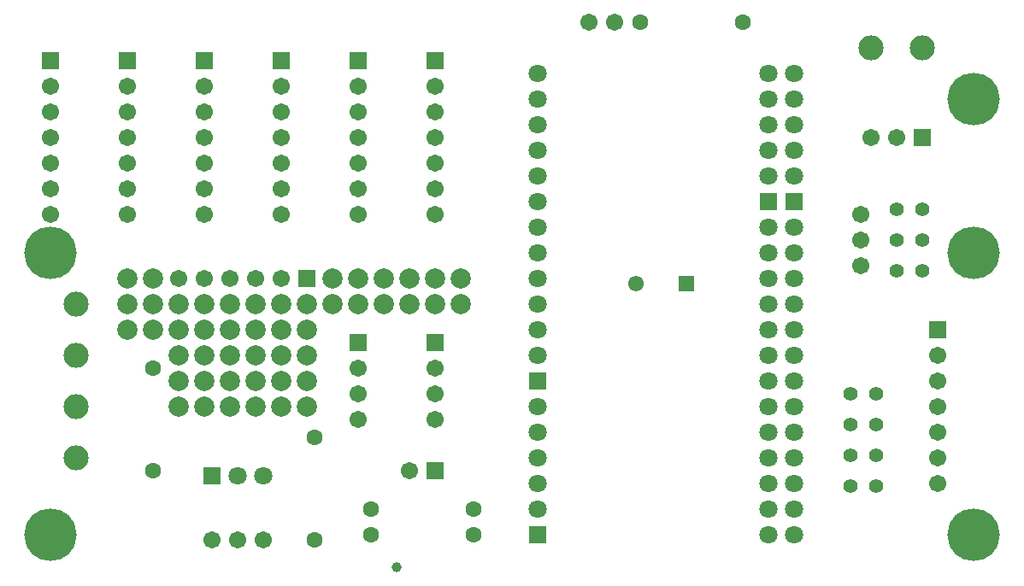
<source format=gts>
G04*
G04 #@! TF.GenerationSoftware,Altium Limited,Altium Designer,18.0.7 (293)*
G04*
G04 Layer_Color=8388736*
%FSLAX25Y25*%
%MOIN*%
G70*
G01*
G75*
%ADD15C,0.06312*%
%ADD16C,0.06706*%
%ADD17R,0.06706X0.06706*%
%ADD18R,0.06706X0.06706*%
%ADD19R,0.07099X0.07099*%
%ADD20C,0.07099*%
%ADD21C,0.06115*%
%ADD22R,0.06115X0.06115*%
%ADD23C,0.05524*%
%ADD24C,0.20485*%
%ADD25C,0.09800*%
%ADD26C,0.07099*%
%ADD27R,0.07099X0.07099*%
%ADD28C,0.07887*%
%ADD29C,0.03950*%
D15*
X290000Y330000D02*
D03*
X250000D02*
D03*
X145000Y140000D02*
D03*
X185000D02*
D03*
X145000Y130000D02*
D03*
X185000D02*
D03*
X60000Y195000D02*
D03*
Y155000D02*
D03*
X123000Y168000D02*
D03*
Y128000D02*
D03*
D16*
X230000Y330000D02*
D03*
X240000D02*
D03*
X110000Y230000D02*
D03*
X100000D02*
D03*
X90000D02*
D03*
X80000D02*
D03*
X70000D02*
D03*
X140000Y195000D02*
D03*
Y185000D02*
D03*
Y175000D02*
D03*
X170000Y195000D02*
D03*
Y185000D02*
D03*
Y175000D02*
D03*
X103000Y128000D02*
D03*
X93000D02*
D03*
X83000D02*
D03*
X366000Y190000D02*
D03*
Y200000D02*
D03*
Y180000D02*
D03*
Y170000D02*
D03*
Y160000D02*
D03*
Y150000D02*
D03*
X336000Y255000D02*
D03*
Y245000D02*
D03*
Y235000D02*
D03*
X340000Y285000D02*
D03*
X350000D02*
D03*
X20000Y295000D02*
D03*
Y305000D02*
D03*
Y285000D02*
D03*
Y275000D02*
D03*
Y265000D02*
D03*
Y255000D02*
D03*
X50000Y295000D02*
D03*
Y305000D02*
D03*
Y285000D02*
D03*
Y275000D02*
D03*
Y265000D02*
D03*
Y255000D02*
D03*
X80000Y295000D02*
D03*
Y305000D02*
D03*
Y285000D02*
D03*
Y275000D02*
D03*
Y265000D02*
D03*
Y255000D02*
D03*
X110000Y295000D02*
D03*
Y305000D02*
D03*
Y285000D02*
D03*
Y275000D02*
D03*
Y265000D02*
D03*
Y255000D02*
D03*
X140000Y295000D02*
D03*
Y305000D02*
D03*
Y285000D02*
D03*
Y275000D02*
D03*
Y265000D02*
D03*
Y255000D02*
D03*
X170000Y295000D02*
D03*
Y305000D02*
D03*
Y285000D02*
D03*
Y275000D02*
D03*
Y265000D02*
D03*
Y255000D02*
D03*
X160000Y155000D02*
D03*
D17*
X120000Y230000D02*
D03*
X360000Y285000D02*
D03*
X170000Y155000D02*
D03*
D18*
X140000Y205000D02*
D03*
X170000D02*
D03*
X366000Y210000D02*
D03*
X20000Y315000D02*
D03*
X50000D02*
D03*
X80000D02*
D03*
X110000D02*
D03*
X140000D02*
D03*
X170000D02*
D03*
D19*
X83000Y153000D02*
D03*
D20*
X93000D02*
D03*
X103000D02*
D03*
D21*
X248158Y228000D02*
D03*
D22*
X267843Y228000D02*
D03*
D23*
X332000Y149000D02*
D03*
X342000D02*
D03*
X332000Y161000D02*
D03*
X342000D02*
D03*
X332000Y185000D02*
D03*
X342000D02*
D03*
X332000Y173000D02*
D03*
X342000D02*
D03*
X360000Y233000D02*
D03*
X350000D02*
D03*
X360000Y245000D02*
D03*
X350000D02*
D03*
X360000Y257000D02*
D03*
X350000D02*
D03*
D24*
X380000Y240000D02*
D03*
X20000D02*
D03*
X380000Y300000D02*
D03*
Y130000D02*
D03*
X20000D02*
D03*
D25*
X340000Y320000D02*
D03*
X360000D02*
D03*
X30000Y160000D02*
D03*
Y180000D02*
D03*
Y200000D02*
D03*
Y220000D02*
D03*
D26*
X210000Y310000D02*
D03*
Y300000D02*
D03*
Y250000D02*
D03*
Y240000D02*
D03*
Y230000D02*
D03*
Y220000D02*
D03*
Y210000D02*
D03*
Y200000D02*
D03*
Y180000D02*
D03*
Y170000D02*
D03*
Y160000D02*
D03*
Y150000D02*
D03*
Y140000D02*
D03*
X300000Y130000D02*
D03*
Y140000D02*
D03*
Y150000D02*
D03*
Y160000D02*
D03*
Y170000D02*
D03*
Y180000D02*
D03*
Y190000D02*
D03*
Y200000D02*
D03*
Y210000D02*
D03*
Y220000D02*
D03*
Y230000D02*
D03*
Y240000D02*
D03*
Y250000D02*
D03*
Y270000D02*
D03*
Y280000D02*
D03*
Y290000D02*
D03*
Y300000D02*
D03*
Y310000D02*
D03*
X210000Y290000D02*
D03*
Y280000D02*
D03*
Y270000D02*
D03*
Y260000D02*
D03*
X310000Y130000D02*
D03*
Y140000D02*
D03*
Y150000D02*
D03*
Y160000D02*
D03*
Y170000D02*
D03*
Y180000D02*
D03*
Y190000D02*
D03*
Y200000D02*
D03*
Y210000D02*
D03*
Y220000D02*
D03*
Y230000D02*
D03*
Y240000D02*
D03*
Y250000D02*
D03*
Y270000D02*
D03*
Y280000D02*
D03*
Y290000D02*
D03*
Y300000D02*
D03*
Y310000D02*
D03*
D27*
X210000Y190000D02*
D03*
Y130000D02*
D03*
X300000Y260000D02*
D03*
X310000D02*
D03*
D28*
X180000Y230000D02*
D03*
X170000D02*
D03*
Y220000D02*
D03*
X180000D02*
D03*
X160000D02*
D03*
X150000D02*
D03*
X140000D02*
D03*
X130000D02*
D03*
Y230000D02*
D03*
X140000D02*
D03*
X150000D02*
D03*
X160000D02*
D03*
X50000D02*
D03*
Y220000D02*
D03*
Y210000D02*
D03*
X60000D02*
D03*
Y220000D02*
D03*
X120000D02*
D03*
X110000D02*
D03*
X100000D02*
D03*
X90000D02*
D03*
X80000D02*
D03*
X70000D02*
D03*
X60000Y230000D02*
D03*
X120000Y180000D02*
D03*
X110000D02*
D03*
X100000D02*
D03*
X90000D02*
D03*
X80000D02*
D03*
X70000D02*
D03*
X120000Y190000D02*
D03*
X110000D02*
D03*
X100000D02*
D03*
X90000D02*
D03*
X80000D02*
D03*
X70000D02*
D03*
Y200000D02*
D03*
Y210000D02*
D03*
X80000D02*
D03*
Y200000D02*
D03*
X90000D02*
D03*
Y210000D02*
D03*
X100000D02*
D03*
Y200000D02*
D03*
X110000D02*
D03*
Y210000D02*
D03*
X120000Y200000D02*
D03*
Y210000D02*
D03*
D29*
X155000Y117500D02*
D03*
M02*

</source>
